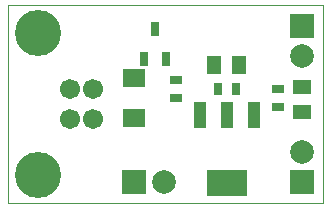
<source format=gts>
G75*
%MOIN*%
%OFA0B0*%
%FSLAX24Y24*%
%IPPOS*%
%LPD*%
%AMOC8*
5,1,8,0,0,1.08239X$1,22.5*
%
%ADD10C,0.0000*%
%ADD11R,0.0434X0.0906*%
%ADD12R,0.1379X0.0906*%
%ADD13R,0.0434X0.0316*%
%ADD14R,0.0591X0.0473*%
%ADD15R,0.0316X0.0434*%
%ADD16R,0.0473X0.0591*%
%ADD17C,0.1536*%
%ADD18C,0.0670*%
%ADD19R,0.0276X0.0473*%
%ADD20R,0.0749X0.0591*%
%ADD21R,0.0790X0.0790*%
%ADD22C,0.0790*%
D10*
X003219Y000180D02*
X003219Y006780D01*
X013719Y006780D01*
X013719Y000180D01*
X003219Y000180D01*
D11*
X009614Y003122D03*
X010519Y003122D03*
X011425Y003122D03*
D12*
X010519Y000838D03*
D13*
X012219Y003385D03*
X012219Y003975D03*
X008819Y003685D03*
X008819Y004275D03*
D14*
X013019Y004043D03*
X013019Y003217D03*
D15*
X010815Y003980D03*
X010224Y003980D03*
D16*
X010106Y004780D03*
X010933Y004780D03*
D17*
X004219Y005850D03*
X004219Y001110D03*
D18*
X005282Y002988D03*
X006070Y002988D03*
X006070Y003972D03*
X005282Y003972D03*
D19*
X007745Y004968D03*
X008494Y004968D03*
X008119Y005992D03*
D20*
X007419Y004349D03*
X007419Y003011D03*
D21*
X007419Y000880D03*
X013019Y000880D03*
X013019Y006080D03*
D22*
X013019Y005080D03*
X013019Y001880D03*
X008419Y000880D03*
M02*

</source>
